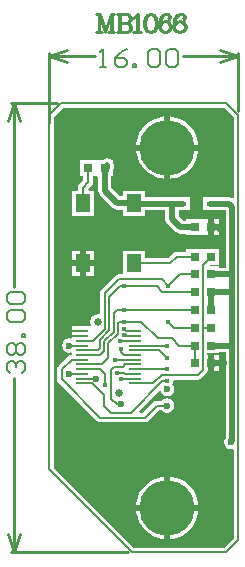
<source format=gbr>
%FSTAX23Y23*%
%MOIN*%
%SFA1B1*%

%IPPOS*%
%ADD10R,0.030000X0.030000*%
%ADD11R,0.039370X0.009055*%
%ADD12R,0.023622X0.017717*%
%ADD13R,0.050000X0.060000*%
%ADD14C,0.019685*%
%ADD15C,0.008000*%
%ADD16C,0.007874*%
%ADD17C,0.010000*%
%ADD18C,0.005000*%
%ADD19C,0.006000*%
%ADD20C,0.025591*%
%ADD21C,0.185039*%
%ADD22C,0.023622*%
%ADD23C,0.015748*%
%LNmb1066-1*%
%LPD*%
G36*
X00615Y0145D02*
Y01181D01*
X0061Y01179*
X00606Y01181*
X00598Y01183*
X00537*
X0053Y01182*
X00513*
Y0114*
X0053*
X00537Y01139*
X00588*
Y00947*
X00566*
Y00952*
X00536*
X00534Y00956*
X00535Y00957*
X00566*
Y01011*
X00512*
X00511*
X00457*
Y01*
X00425*
X00419Y00999*
X00413Y00995*
X00397Y00979*
X00318*
Y01004*
X00245*
Y00925*
X00232*
X00226Y00924*
X0022Y0092*
X00173Y00873*
X0017Y00868*
X00168Y00862*
Y00795*
X00165Y00792*
X00161Y00792*
X00151Y0079*
X00143Y00785*
X00138Y00777*
X00136Y00767*
X00138Y00758*
X00139Y00756*
X00136Y00752*
X00076*
Y00719*
Y00715*
X00072Y00711*
X00066Y00713*
X00057Y00711*
X00049Y00706*
X00044Y00698*
X00042Y00688*
X00044Y00679*
X00049Y00671*
X00057Y00666*
X00066Y00664*
X00072Y00666*
X00076Y00662*
Y00658*
X00074Y00657*
X00069Y00656*
X00068Y00656*
X00063Y00653*
X00031Y00621*
X00028Y00616*
X00027Y00615*
X00026Y00609*
Y00575*
X00027Y00569*
X00028Y00568*
X00031Y00563*
X00157Y00437*
X00161Y00435*
X00163Y00433*
X00169Y00432*
X00318*
X00324Y00433*
X00325Y00433*
X0033Y00437*
X00365Y00472*
X00374*
X00375Y00471*
X00383Y00466*
X00392Y00464*
X00401Y00466*
X00409Y00471*
X00414Y00479*
X00416Y00488*
X00414Y00497*
X00409Y00505*
X00401Y0051*
X00392Y00512*
X00383Y0051*
X00375Y00505*
X00374Y00504*
X00358*
X00353Y00503*
X00352Y00503*
X00347Y00499*
X00312Y00464*
X00301*
X00299Y00469*
X00366Y00536*
X00371Y00535*
X00371Y00534*
X00376Y00526*
X00384Y00521*
X00393Y00519*
X00402Y00521*
X0041Y00526*
X00415Y00534*
X00417Y00543*
X00415Y00552*
X0041Y0056*
X0041Y0056*
X00412Y00563*
X00413Y0057*
X00416Y00574*
X00496*
X00501Y00575*
X00502Y00575*
X00507Y00579*
X00523Y00594*
X00526Y006*
X00527Y00603*
X00529*
Y00629*
Y00656*
X00527*
Y00662*
X00566*
Y00666*
X00588*
Y00381*
X00584Y00375*
X00582Y00366*
X00584Y00356*
X00589Y00349*
X00597Y00343*
X00606Y00342*
X00611Y00343*
X00615Y00339*
Y00045*
X00584Y00014*
X00281*
X00014Y00281*
Y01417*
Y0145*
X00045Y01481*
X00584*
X00615Y0145*
G37*
%LNmb1066-2*%
%LPC*%
G36*
X00566Y00656D02*
X00549D01*
Y00639*
X00566*
Y00656*
G37*
G36*
X00148Y00953D02*
X00121D01*
Y00921*
X00148*
Y00953*
G37*
G36*
X00102D02*
X00075D01*
Y00921*
X00102*
Y00953*
G37*
G36*
X00566Y0062D02*
X00549D01*
Y00603*
X00566*
Y0062*
G37*
G36*
X00497Y00137D02*
X00403D01*
Y00043*
X0041Y00044*
X00426Y00048*
X00441Y00054*
X00455Y00062*
X00467Y00073*
X00478Y00086*
X00486Y001*
X00493Y00115*
X00497Y00131*
X00497Y00137*
G37*
G36*
X00383D02*
X00289D01*
X0029Y00131*
X00294Y00115*
X003Y001*
X00309Y00086*
X00319Y00073*
X00332Y00062*
X00346Y00054*
X00361Y00048*
X00377Y00044*
X00383Y00043*
Y00137*
G37*
G36*
X00403Y00251D02*
Y00157D01*
X00497*
X00497Y00164*
X00493Y00179*
X00486Y00195*
X00478Y00209*
X00467Y00221*
X00455Y00232*
X00441Y0024*
X00426Y00247*
X0041Y00251*
X00403Y00251*
G37*
G36*
X00383D02*
X00377Y00251D01*
X00361Y00247*
X00346Y0024*
X00332Y00232*
X00319Y00221*
X00309Y00209*
X003Y00195*
X00294Y00179*
X0029Y00164*
X00289Y00157*
X00383*
Y00251*
G37*
G36*
X00102Y01004D02*
X00075D01*
Y00972*
X00102*
Y01004*
G37*
G36*
X00192Y01313D02*
X00184Y01311D01*
X00177Y01306*
X00176Y01306*
X0016*
X00158*
X00157*
X00156*
X00154*
X00103*
Y01252*
X00113*
Y01239*
X001Y01225*
X00096Y0122*
X00095Y01214*
Y01204*
X00075*
Y01121*
X00148*
Y01204*
X00131*
X00129Y01209*
X00141Y0122*
X00144Y01226*
X00146Y01232*
Y01252*
X00156*
X00158*
X00159*
X00162Y01249*
Y01204*
X00164Y01196*
X00169Y01189*
X00211Y01147*
X00218Y01142*
X00226Y0114*
X00245*
Y01121*
X00318*
Y01139*
X00387*
Y0111*
X00389Y01101*
X00393Y01094*
X00421Y01067*
X00428Y01062*
X00437Y0106*
X00457*
Y01055*
X00511*
X00512*
X00514*
X00529*
Y01082*
Y01109*
X00514*
X00512*
X00511*
X00511*
X00508*
X00457*
Y01104*
X00446*
X00431Y01119*
Y01139*
X00447*
X00454Y0114*
X0047*
Y01182*
X00454*
X00447Y01183*
X00318*
Y01204*
X00245*
Y01185*
X00235*
X00207Y01213*
Y01252*
X00211*
Y01268*
X00213Y01271*
X00214Y01279*
Y01291*
X00213Y01299*
X00211Y01302*
Y01306*
X00208*
X00208Y01306*
X00201Y01311*
X00192Y01313*
G37*
G36*
X00497Y01338D02*
X00403D01*
Y01244*
X0041Y01245*
X00426Y01248*
X00441Y01255*
X00455Y01263*
X00467Y01274*
X00478Y01286*
X00486Y013*
X00493Y01316*
X00497Y01332*
X00497Y01338*
G37*
G36*
X00403Y01452D02*
Y01358D01*
X00497*
X00497Y01364*
X00493Y0138*
X00486Y01395*
X00478Y01409*
X00467Y01422*
X00455Y01433*
X00441Y01441*
X00426Y01447*
X0041Y01451*
X00403Y01452*
G37*
G36*
X00383D02*
X00377Y01451D01*
X00361Y01447*
X00346Y01441*
X00332Y01433*
X00319Y01422*
X00309Y01409*
X003Y01395*
X00294Y0138*
X0029Y01364*
X00289Y01358*
X00383*
Y01452*
G37*
G36*
X00566Y01072D02*
X00549D01*
Y01055*
X00566*
Y01072*
G37*
G36*
X00148Y01004D02*
X00121D01*
Y00972*
X00148*
Y01004*
G37*
G36*
X00383Y01338D02*
X00289D01*
X0029Y01332*
X00294Y01316*
X003Y013*
X00309Y01286*
X00319Y01274*
X00332Y01263*
X00346Y01255*
X00361Y01248*
X00377Y01245*
X00383Y01244*
Y01338*
G37*
G36*
X00566Y01109D02*
X00549D01*
Y01092*
X00566*
Y01109*
G37*
%LNmb1066-3*%
%LPD*%
G54D10*
X00539Y00866D03*
X00484D03*
X00539Y00925D03*
X00484D03*
Y01082D03*
X00539D03*
Y00629D03*
X00484D03*
X00539Y00688D03*
X00484D03*
Y00807D03*
X00539D03*
Y00748D03*
X00484D03*
X00539Y00984D03*
X00484D03*
X00184Y01279D03*
X00129D03*
G54D11*
X00108Y0072D03*
X00285D03*
X00108Y00704D03*
X00285D03*
X00108Y00688D03*
X00285D03*
X00108Y00673D03*
X00285D03*
Y00657D03*
X00108Y00641D03*
X00285D03*
X00108Y00625D03*
X00285D03*
X00108Y0061D03*
X00285D03*
X00108Y00594D03*
X00285D03*
X00108Y00578D03*
X00285D03*
X00108Y00562D03*
X00285D03*
Y00736D03*
X00108D03*
Y00657D03*
G54D12*
X00447Y01161D03*
X00537D03*
G54D13*
X00281Y01162D03*
Y00962D03*
X00111D03*
Y01162D03*
G54D14*
X00192Y01279D02*
Y01291D01*
X00184Y01204D02*
X00226Y01162D01*
X00184Y01204D02*
Y01279D01*
X00283Y01161D02*
X00447D01*
X00409Y0111D02*
Y01161D01*
X00226Y01162D02*
X00281D01*
X00562Y01082D02*
X00578Y01066D01*
X00539Y01082D02*
X00562D01*
X00578Y01019D02*
Y01066D01*
X00409Y0111D02*
X00437Y01082D01*
X00484*
X00281Y01162D02*
X00283Y01161D01*
X0061Y0037D02*
Y01149D01*
X00598Y01161D02*
X0061Y01149D01*
X00539Y00866D02*
X0061D01*
X00539Y00925D02*
X0061D01*
X00539Y00688D02*
X0061D01*
X00537Y01161D02*
X00598D01*
X00606Y00366D02*
X0061Y0037D01*
X00606Y00366D03*
X00539Y00629D02*
X00582D01*
X00111Y00895D02*
Y00962D01*
X00539Y00807D02*
Y00866D01*
Y00925D02*
Y00929D01*
G54D15*
X00111Y01214D02*
X00129Y01232D01*
Y01279*
X00111Y01162D02*
Y01214D01*
X00433Y00688D02*
X00484D01*
X00232Y00767D02*
X00307D01*
X00362Y00712*
X00409*
X00433Y00688*
X00196Y00696D02*
X00228Y00728D01*
Y00763*
X00232Y00767*
X00236Y00885D02*
X00358D01*
X002Y0074D02*
Y0085D01*
X00169Y00708D02*
X002Y0074D01*
Y0085D02*
X00236Y00885D01*
X00232Y00909D02*
X00374D01*
X00185Y00862D02*
X00232Y00909D01*
X00185Y00744D02*
Y00862D01*
X00145Y00704D02*
X00185Y00744D01*
X00484Y00629D02*
Y00688D01*
X00397Y00767D02*
X00417Y00748D01*
X00484*
X00358Y00885D02*
X00377Y00866D01*
X00484*
X00397Y00885D02*
X00437Y00925D01*
X00484*
X00425Y00984D02*
X00484D01*
X00403Y00962D02*
X00425Y00984D01*
X00281Y00962D02*
X00403D01*
X00374Y00909D02*
X00397Y00885D01*
X00108Y00704D02*
X00145D01*
X00169Y0068D02*
Y00708D01*
X00161Y00673D02*
X00169Y0068D01*
X00108Y00673D02*
X00161D01*
X00196Y00645D02*
Y00696D01*
X00177Y00625D02*
X00196Y00645D01*
X00108Y00625D02*
X00177D01*
G54D16*
X00074Y00641D02*
X00108D01*
X00043Y00575D02*
X00169Y00448D01*
X00043Y00575D02*
Y00609D01*
X00074Y00641*
X00248Y00744D02*
X00255Y00736D01*
X00285*
X00255Y00724D02*
X00259Y0072D01*
X00285*
X00248Y00724D02*
X00255D01*
X00066Y0072D02*
X00108D01*
X00066Y00744D02*
X00074Y00736D01*
X00108*
X00248Y00657D02*
X00285D01*
X0024Y00665D02*
Y00677D01*
Y00665D02*
X00248Y00657D01*
X00204Y00606D02*
X00216Y00618D01*
X00244*
X00251Y00625*
X00285*
X00204Y00511D02*
Y00606D01*
X0024Y00578D02*
X00285D01*
X00248Y00598D02*
X00251Y00594D01*
X00285*
X00224Y00598D02*
X00248D01*
X00224Y00807D02*
X00484D01*
X00183Y00702D02*
X00214Y00734D01*
Y00797*
X00224Y00807*
X0022Y00641D02*
X00285D01*
X00511Y00956D02*
X00539Y00984D01*
Y00984*
X00066Y00688D02*
X00108D01*
X00204Y00511D02*
X00224Y00492D01*
X0024*
X00539Y00747D02*
Y00748D01*
X00496Y0059D02*
X00511Y00606D01*
X00108Y00578D02*
X00157D01*
X00066Y00594D02*
X00108D01*
X00183Y00671D02*
Y00702D01*
X00169Y00657D02*
X00183Y00671D01*
X00108Y00657D02*
X00169D01*
X00141Y00562D02*
X00181Y00523D01*
X00185Y00555D02*
Y00594D01*
X00169Y0061D02*
X00185Y00594D01*
X00108Y0061D02*
X00169D01*
X00285D02*
D01*
X00393*
X00236Y00704D02*
X00285D01*
X00366Y00673D02*
X00393Y00645D01*
X00285Y00673D02*
X00366D01*
X00393Y00688D03*
D03*
X00285D02*
X00393D01*
X00285D03*
X00358Y00488D02*
X00392D01*
X00169Y00448D02*
X00318D01*
X00358Y00488*
X00181Y00488D02*
Y00523D01*
Y00488D02*
X00204Y00464D01*
X00285Y00562D02*
X00346D01*
X00374Y0059*
X00511Y00748D02*
X00539D01*
X00374Y0059D02*
X00496D01*
X00511Y00606D02*
Y00956D01*
X00204Y00464D02*
X00271D01*
X00377Y0057*
X00106Y00562D02*
X00141D01*
X00377Y0057D02*
X00393D01*
G54D17*
X00629Y01469D02*
Y01663D01*
X0Y01429D02*
Y01663D01*
X00444Y01653D02*
X00629D01*
X0D02*
X00153D01*
X00569Y01673D02*
X00629Y01653D01*
X00569Y01633D02*
X00629Y01653D01*
X0D02*
X0006Y01633D01*
X0Y01653D02*
X0006Y01673D01*
X-00128Y01496D02*
X00026D01*
X-00128Y0D02*
X00263D01*
X-00118Y00882D02*
Y01496D01*
Y0D02*
Y00581D01*
X-00138Y01436D02*
X-00118Y01496D01*
X-00098Y01436*
X-00118Y0D02*
X-00098Y0006D01*
X-00138D02*
X-00118Y0D01*
X00166Y01792D02*
Y01732D01*
X00168Y01792D02*
X00186Y0174D01*
X00166Y01792D02*
X00186Y01732D01*
X00206Y01792D02*
X00186Y01732D01*
X00206Y01792D02*
Y01732D01*
X00208Y01792D02*
Y01732D01*
X00157Y01792D02*
X00168D01*
X00206D02*
X00217D01*
X00157Y01732D02*
X00174D01*
X00197D02*
X00217D01*
X00232Y01792D02*
Y01732D01*
X00235Y01792D02*
Y01732D01*
X00224Y01792D02*
X00258D01*
X00267Y01789*
X0027Y01786*
X00272Y0178*
Y01775*
X0027Y01769*
X00267Y01766*
X00258Y01763*
Y01792D02*
X00264Y01789D01*
X00267Y01786*
X0027Y0178*
Y01775*
X00267Y01769*
X00264Y01766*
X00258Y01763*
X00235D02*
X00258D01*
X00267Y0176*
X0027Y01757*
X00272Y01752*
Y01743*
X0027Y01737*
X00267Y01735*
X00258Y01732*
X00224*
X00258Y01763D02*
X00264Y0176D01*
X00267Y01757*
X0027Y01752*
Y01743*
X00267Y01737*
X00264Y01735*
X00258Y01732*
X0028Y0178D02*
X00286Y01783D01*
X00295Y01792*
Y01732*
X00292Y01789D02*
Y01732D01*
X0028D02*
X00306D01*
X00334Y01792D02*
X00325Y01789D01*
X00319Y0178*
X00316Y01766*
Y01757*
X00319Y01743*
X00325Y01735*
X00334Y01732*
X00339*
X00348Y01735*
X00354Y01743*
X00356Y01757*
Y01766*
X00354Y0178*
X00348Y01789*
X00339Y01792*
X00334*
X00328Y01789*
X00325Y01786*
X00322Y0178*
X00319Y01766*
Y01757*
X00322Y01743*
X00325Y01737*
X00328Y01735*
X00334Y01732*
X00339D02*
X00345Y01735D01*
X00348Y01737*
X00351Y01743*
X00354Y01757*
Y01766*
X00351Y0178*
X00348Y01786*
X00345Y01789*
X00339Y01792*
X004Y01783D02*
X00397Y0178D01*
X004Y01777*
X00402Y0178*
Y01783*
X004Y01789*
X00394Y01792*
X00385*
X00377Y01789*
X00371Y01783*
X00368Y01777*
X00365Y01766*
Y01749*
X00368Y0174*
X00374Y01735*
X00382Y01732*
X00388*
X00397Y01735*
X00402Y0174*
X00405Y01749*
Y01752*
X00402Y0176*
X00397Y01766*
X00388Y01769*
X00385*
X00377Y01766*
X00371Y0176*
X00368Y01752*
X00385Y01792D02*
X0038Y01789D01*
X00374Y01783*
X00371Y01777*
X00368Y01766*
Y01749*
X00371Y0174*
X00377Y01735*
X00382Y01732*
X00388D02*
X00394Y01735D01*
X004Y0174*
X00402Y01749*
Y01752*
X004Y0176*
X00394Y01766*
X00388Y01769*
X00448Y01783D02*
X00445Y0178D01*
X00448Y01777*
X00451Y0178*
Y01783*
X00448Y01789*
X00443Y01792*
X00434*
X00425Y01789*
X0042Y01783*
X00417Y01777*
X00414Y01766*
Y01749*
X00417Y0174*
X00423Y01735*
X00431Y01732*
X00437*
X00445Y01735*
X00451Y0174*
X00454Y01749*
Y01752*
X00451Y0176*
X00445Y01766*
X00437Y01769*
X00434*
X00425Y01766*
X0042Y0176*
X00417Y01752*
X00434Y01792D02*
X00428Y01789D01*
X00423Y01783*
X0042Y01777*
X00417Y01766*
Y01749*
X0042Y0174*
X00425Y01735*
X00431Y01732*
X00437D02*
X00443Y01735D01*
X00448Y0174*
X00451Y01749*
Y01752*
X00448Y0176*
X00443Y01766*
X00437Y01769*
G54D18*
X0Y00275D02*
Y00354D01*
X0059Y0D02*
X00629Y00039D01*
X0059Y01496D02*
X00629Y01456D01*
Y00039D02*
Y01456D01*
X0Y00275D02*
Y01456D01*
Y00275D02*
X00275Y0D01*
X0Y01456D02*
X00039Y01496D01*
X0059*
X00275Y0D02*
X0059D01*
G54D19*
X00169Y01617D02*
X00188D01*
X00179*
Y01677*
X00169Y01667*
X00258Y01677D02*
X00238Y01667D01*
X00218Y01647*
Y01627*
X00228Y01617*
X00248*
X00258Y01627*
Y01637*
X00248Y01647*
X00218*
X00278Y01617D02*
Y01627D01*
X00288*
Y01617*
X00278*
X00328Y01667D02*
X00338Y01677D01*
X00358*
X00368Y01667*
Y01627*
X00358Y01617*
X00338*
X00328Y01627*
Y01667*
X00388D02*
X00398Y01677D01*
X00418*
X00428Y01667*
Y01627*
X00418Y01617*
X00398*
X00388Y01627*
Y01667*
X-00132Y00597D02*
X-00142Y00607D01*
Y00627*
X-00132Y00637*
X-00122*
X-00112Y00627*
Y00617*
Y00627*
X-00102Y00637*
X-00092*
X-00082Y00627*
Y00607*
X-00092Y00597*
X-00132Y00657D02*
X-00142Y00667D01*
Y00687*
X-00132Y00697*
X-00122*
X-00112Y00687*
X-00102Y00697*
X-00092*
X-00082Y00687*
Y00667*
X-00092Y00657*
X-00102*
X-00112Y00667*
X-00122Y00657*
X-00132*
X-00112Y00667D02*
Y00687D01*
X-00082Y00717D02*
X-00092D01*
Y00727*
X-00082*
Y00717*
X-00132Y00767D02*
X-00142Y00777D01*
Y00797*
X-00132Y00807*
X-00092*
X-00082Y00797*
Y00777*
X-00092Y00767*
X-00132*
Y00827D02*
X-00142Y00836D01*
Y00856*
X-00132Y00866*
X-00092*
X-00082Y00856*
Y00836*
X-00092Y00827*
X-00132*
G54D20*
X00232Y00531D03*
X00161Y00767D03*
G54D21*
X00393Y01348D03*
Y00147D03*
G54D22*
X00047Y00657D03*
X00393Y00433D03*
Y01062D03*
X00118D03*
X00578Y01019D03*
X00346Y01224D03*
X00275Y01417D03*
X00078Y01259D03*
X00551D03*
Y01417D03*
X00078D03*
X00551Y00472D03*
X00039D03*
X00551Y00236D03*
X00275D03*
X00078Y00275D03*
X00275Y00078D03*
X00551D03*
X00582Y00629D03*
X00111Y00895D03*
X00066Y00688D03*
X00606Y00366D03*
X00157Y00578D03*
X00066Y00594D03*
X00392Y00488D03*
X0024Y00492D03*
X00393Y00543D03*
G54D23*
X00248Y00724D03*
X00066Y0072D03*
Y00744D03*
X00248D03*
X00224Y00598D03*
X00397Y00767D03*
Y00885D03*
X00248D03*
Y00807D03*
X00236Y00704D03*
X00248Y00767D03*
X00393Y0057D03*
Y0061D03*
Y00645D03*
Y00688D03*
X00185Y00555D03*
X0024Y00578D03*
X0022Y00641D03*
X0024Y00677D03*
M02*
</source>
